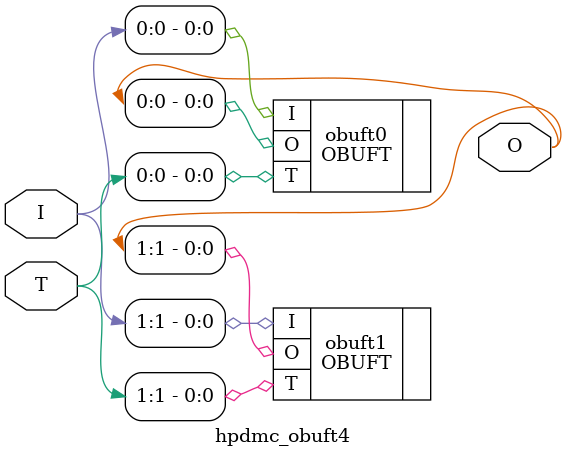
<source format=v>
/*
 * Milkymist VJ SoC
 * Copyright (C) 2007, 2008, 2009 Sebastien Bourdeauducq
 *
 * This program is free software: you can redistribute it and/or modify
 * it under the terms of the GNU General Public License as published by
 * the Free Software Foundation, version 3 of the License.
 *
 * This program is distributed in the hope that it will be useful,
 * but WITHOUT ANY WARRANTY; without even the implied warranty of
 * MERCHANTABILITY or FITNESS FOR A PARTICULAR PURPOSE.  See the
 * GNU General Public License for more details.
 *
 * You should have received a copy of the GNU General Public License
 * along with this program.  If not, see <http://www.gnu.org/licenses/>.
 */

/*
 * Verilog code that really should be replaced with a generate
 * statement, but it does not work with some free simulators.
 * So I put it in a module so as not to make other code unreadable,
 * and keep compatibility with as many simulators as possible.
 */

module hpdmc_obuft4(
	input [1:0] T,
	input [1:0] I,
	output [1:0] O
);

OBUFT obuft0(
	.T(T[0]),
	.I(I[0]),
	.O(O[0])
);
OBUFT obuft1(
	.T(T[1]),
	.I(I[1]),
	.O(O[1])
);

endmodule

</source>
